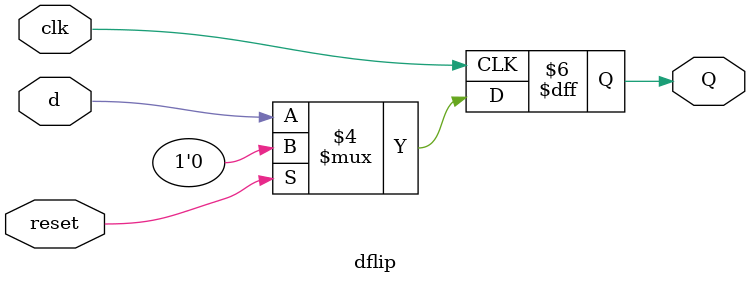
<source format=v>
`timescale 1ns / 1ps


module dflip(d,clk,reset,Q);
input d,clk,reset;
output reg Q;

always@(posedge clk)
    if(!reset)
        Q<=d;
    else
        Q<=0;

endmodule

</source>
